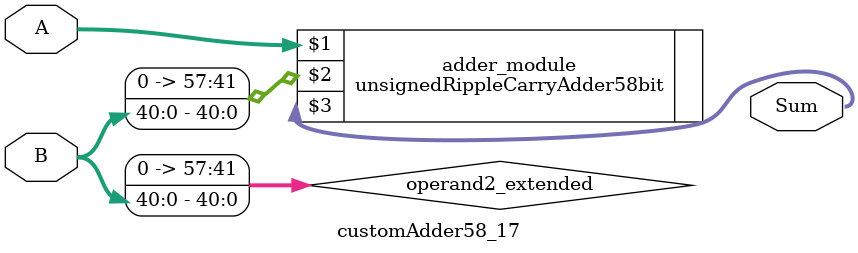
<source format=v>
module customAdder58_17(
                        input [57 : 0] A,
                        input [40 : 0] B,
                        
                        output [58 : 0] Sum
                );

        wire [57 : 0] operand2_extended;
        
        assign operand2_extended =  {17'b0, B};
        
        unsignedRippleCarryAdder58bit adder_module(
            A,
            operand2_extended,
            Sum
        );
        
        endmodule
        
</source>
